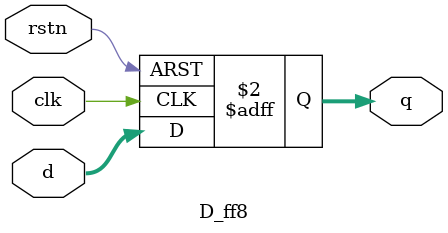
<source format=v>
`timescale 1ns / 1ps
module D_ff8(
 input wire [7:0] d,
 input clk,rstn,
output reg [7:0] q
    );
    
   always @(posedge clk or posedge rstn) begin
    if (rstn) begin
     q <= 8'b0;
   end else begin
     q <= d;
   end
 end
    
endmodule

</source>
